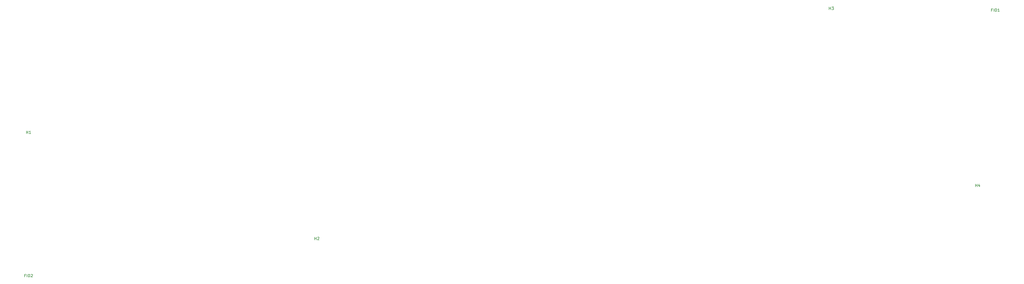
<source format=gto>
G04 #@! TF.GenerationSoftware,KiCad,Pcbnew,(6.0.2)*
G04 #@! TF.CreationDate,2022-02-17T23:22:08+01:00*
G04 #@! TF.ProjectId,Frooastboard Walnut,46726f6f-6173-4746-926f-617264205761,rev?*
G04 #@! TF.SameCoordinates,Original*
G04 #@! TF.FileFunction,Legend,Top*
G04 #@! TF.FilePolarity,Positive*
%FSLAX46Y46*%
G04 Gerber Fmt 4.6, Leading zero omitted, Abs format (unit mm)*
G04 Created by KiCad (PCBNEW (6.0.2)) date 2022-02-17 23:22:08*
%MOMM*%
%LPD*%
G01*
G04 APERTURE LIST*
%ADD10C,0.150000*%
%ADD11C,1.750000*%
%ADD12C,3.987800*%
%ADD13C,3.200000*%
%ADD14C,3.048000*%
%ADD15C,2.000000*%
%ADD16C,0.650000*%
%ADD17O,1.000000X1.600000*%
%ADD18O,1.000000X2.100000*%
G04 APERTURE END LIST*
D10*
X23844345Y-65708630D02*
X23844345Y-64708630D01*
X23844345Y-65184821D02*
X24415773Y-65184821D01*
X24415773Y-65708630D02*
X24415773Y-64708630D01*
X25415773Y-65708630D02*
X24844345Y-65708630D01*
X25130059Y-65708630D02*
X25130059Y-64708630D01*
X25034821Y-64851488D01*
X24939583Y-64946726D01*
X24844345Y-64994345D01*
X363569345Y-84758630D02*
X363569345Y-83758630D01*
X363569345Y-84234821D02*
X364140773Y-84234821D01*
X364140773Y-84758630D02*
X364140773Y-83758630D01*
X365045535Y-84091964D02*
X365045535Y-84758630D01*
X364807440Y-83711011D02*
X364569345Y-84425297D01*
X365188392Y-84425297D01*
X311181845Y-21258630D02*
X311181845Y-20258630D01*
X311181845Y-20734821D02*
X311753273Y-20734821D01*
X311753273Y-21258630D02*
X311753273Y-20258630D01*
X312134226Y-20258630D02*
X312753273Y-20258630D01*
X312419940Y-20639583D01*
X312562797Y-20639583D01*
X312658035Y-20687202D01*
X312705654Y-20734821D01*
X312753273Y-20830059D01*
X312753273Y-21068154D01*
X312705654Y-21163392D01*
X312658035Y-21211011D01*
X312562797Y-21258630D01*
X312277083Y-21258630D01*
X312181845Y-21211011D01*
X312134226Y-21163392D01*
X369609821Y-21359821D02*
X369276488Y-21359821D01*
X369276488Y-21883630D02*
X369276488Y-20883630D01*
X369752678Y-20883630D01*
X370133630Y-21883630D02*
X370133630Y-20883630D01*
X370609821Y-21883630D02*
X370609821Y-20883630D01*
X370847916Y-20883630D01*
X370990773Y-20931250D01*
X371086011Y-21026488D01*
X371133630Y-21121726D01*
X371181250Y-21312202D01*
X371181250Y-21455059D01*
X371133630Y-21645535D01*
X371086011Y-21740773D01*
X370990773Y-21836011D01*
X370847916Y-21883630D01*
X370609821Y-21883630D01*
X372133630Y-21883630D02*
X371562202Y-21883630D01*
X371847916Y-21883630D02*
X371847916Y-20883630D01*
X371752678Y-21026488D01*
X371657440Y-21121726D01*
X371562202Y-21169345D01*
X23534821Y-116609821D02*
X23201488Y-116609821D01*
X23201488Y-117133630D02*
X23201488Y-116133630D01*
X23677678Y-116133630D01*
X24058630Y-117133630D02*
X24058630Y-116133630D01*
X24534821Y-117133630D02*
X24534821Y-116133630D01*
X24772916Y-116133630D01*
X24915773Y-116181250D01*
X25011011Y-116276488D01*
X25058630Y-116371726D01*
X25106250Y-116562202D01*
X25106250Y-116705059D01*
X25058630Y-116895535D01*
X25011011Y-116990773D01*
X24915773Y-117086011D01*
X24772916Y-117133630D01*
X24534821Y-117133630D01*
X25487202Y-116228869D02*
X25534821Y-116181250D01*
X25630059Y-116133630D01*
X25868154Y-116133630D01*
X25963392Y-116181250D01*
X26011011Y-116228869D01*
X26058630Y-116324107D01*
X26058630Y-116419345D01*
X26011011Y-116562202D01*
X25439583Y-117133630D01*
X26058630Y-117133630D01*
X127031845Y-103808630D02*
X127031845Y-102808630D01*
X127031845Y-103284821D02*
X127603273Y-103284821D01*
X127603273Y-103808630D02*
X127603273Y-102808630D01*
X128031845Y-102903869D02*
X128079464Y-102856250D01*
X128174702Y-102808630D01*
X128412797Y-102808630D01*
X128508035Y-102856250D01*
X128555654Y-102903869D01*
X128603273Y-102999107D01*
X128603273Y-103094345D01*
X128555654Y-103237202D01*
X127984226Y-103808630D01*
X128603273Y-103808630D01*
%LPC*%
D11*
X359251250Y-30956250D03*
X369411250Y-30956250D03*
D12*
X364331250Y-30956250D03*
D11*
X236061250Y-50006250D03*
X225901250Y-50006250D03*
D12*
X230981250Y-50006250D03*
D11*
X231298750Y-88106250D03*
D12*
X226218750Y-88106250D03*
D11*
X221138750Y-88106250D03*
X217011250Y-50006250D03*
D12*
X211931250Y-50006250D03*
D11*
X206851250Y-50006250D03*
D12*
X245268750Y-88106250D03*
D11*
X250348750Y-88106250D03*
X240188750Y-88106250D03*
X78898750Y-88106250D03*
D12*
X73818750Y-88106250D03*
D11*
X68738750Y-88106250D03*
D12*
X121443750Y-69056250D03*
D11*
X126523750Y-69056250D03*
X116363750Y-69056250D03*
D12*
X250031250Y-50006250D03*
D11*
X244951250Y-50006250D03*
X255111250Y-50006250D03*
X242570000Y-107156250D03*
X252730000Y-107156250D03*
D12*
X247650000Y-107156250D03*
D11*
X40798750Y-50006250D03*
D12*
X35718750Y-50006250D03*
D11*
X30638750Y-50006250D03*
X102711250Y-50006250D03*
X92551250Y-50006250D03*
D12*
X97631250Y-50006250D03*
D11*
X216376250Y-30956250D03*
X226536250Y-30956250D03*
D12*
X221456250Y-30956250D03*
X116681250Y-50006250D03*
D11*
X111601250Y-50006250D03*
X121761250Y-50006250D03*
D13*
X24606250Y-69056250D03*
D11*
X174148750Y-88106250D03*
X163988750Y-88106250D03*
D12*
X169068750Y-88106250D03*
D11*
X197326250Y-30956250D03*
X207486250Y-30956250D03*
D12*
X202406250Y-30956250D03*
X197643750Y-69056250D03*
D11*
X192563750Y-69056250D03*
X202723750Y-69056250D03*
X202088750Y-88106250D03*
X212248750Y-88106250D03*
D12*
X207168750Y-88106250D03*
D13*
X364331250Y-88106250D03*
D11*
X144938750Y-88106250D03*
X155098750Y-88106250D03*
D12*
X150018750Y-88106250D03*
X92868750Y-88106250D03*
D11*
X87788750Y-88106250D03*
X97948750Y-88106250D03*
X131286250Y-30956250D03*
D12*
X126206250Y-30956250D03*
D11*
X121126250Y-30956250D03*
D12*
X326231250Y-30956250D03*
D11*
X321151250Y-30956250D03*
X331311250Y-30956250D03*
D12*
X235743750Y-69056250D03*
D11*
X230663750Y-69056250D03*
X240823750Y-69056250D03*
X147320000Y-107156250D03*
D14*
X102400100Y-100171250D03*
D12*
X202399900Y-115411250D03*
D14*
X202399900Y-100171250D03*
D12*
X152400000Y-107156250D03*
X102400100Y-115411250D03*
D11*
X157480000Y-107156250D03*
D12*
X183356250Y-30956250D03*
D11*
X178276250Y-30956250D03*
X188436250Y-30956250D03*
X249713750Y-69056250D03*
D12*
X254793750Y-69056250D03*
D11*
X259873750Y-69056250D03*
X264001250Y-50006250D03*
X274161250Y-50006250D03*
D12*
X269081250Y-50006250D03*
D13*
X311943750Y-24606250D03*
D12*
X364331250Y-107156250D03*
D11*
X359251250Y-107156250D03*
X369411250Y-107156250D03*
D12*
X38100000Y-69056250D03*
D11*
X33020000Y-69056250D03*
X43180000Y-69056250D03*
X331311250Y-107156250D03*
X321151250Y-107156250D03*
D12*
X326231250Y-107156250D03*
X50006250Y-30956250D03*
D11*
X44926250Y-30956250D03*
X55086250Y-30956250D03*
X62230000Y-107156250D03*
D12*
X57150000Y-107156250D03*
D11*
X52070000Y-107156250D03*
D15*
X373856250Y-21431250D03*
D12*
X140493750Y-69056250D03*
D11*
X145573750Y-69056250D03*
X135413750Y-69056250D03*
X293211250Y-30956250D03*
D14*
X300037500Y-23971250D03*
X276225000Y-23971250D03*
D11*
X283051250Y-30956250D03*
D12*
X300037500Y-39211250D03*
X288131250Y-30956250D03*
X276225000Y-39211250D03*
D11*
X187801250Y-50006250D03*
D12*
X192881250Y-50006250D03*
D11*
X197961250Y-50006250D03*
X321151250Y-50006250D03*
X331311250Y-50006250D03*
D12*
X326231250Y-50006250D03*
D11*
X193198750Y-88106250D03*
D12*
X188118750Y-88106250D03*
D11*
X183038750Y-88106250D03*
X59213750Y-69056250D03*
D12*
X64293750Y-69056250D03*
D11*
X69373750Y-69056250D03*
X173513750Y-69056250D03*
D12*
X178593750Y-69056250D03*
D11*
X183673750Y-69056250D03*
D15*
X21431250Y-116681250D03*
D12*
X111918750Y-88106250D03*
D11*
X116998750Y-88106250D03*
X106838750Y-88106250D03*
D12*
X33337500Y-107156250D03*
D11*
X38417500Y-107156250D03*
X28257500Y-107156250D03*
X74136250Y-30956250D03*
D12*
X69056250Y-30956250D03*
D11*
X63976250Y-30956250D03*
X73501250Y-50006250D03*
D12*
X78581250Y-50006250D03*
D11*
X83661250Y-50006250D03*
D12*
X107156250Y-30956250D03*
D11*
X112236250Y-30956250D03*
X102076250Y-30956250D03*
D12*
X273843750Y-69056250D03*
D11*
X268763750Y-69056250D03*
X278923750Y-69056250D03*
D12*
X345281250Y-30956250D03*
D11*
X340201250Y-30956250D03*
X350361250Y-30956250D03*
X218757500Y-107156250D03*
X228917500Y-107156250D03*
D12*
X223837500Y-107156250D03*
D11*
X169386250Y-30956250D03*
X159226250Y-30956250D03*
D12*
X164306250Y-30956250D03*
D11*
X49688750Y-88106250D03*
D12*
X54768750Y-88106250D03*
D11*
X59848750Y-88106250D03*
D12*
X88106250Y-30956250D03*
D11*
X93186250Y-30956250D03*
X83026250Y-30956250D03*
X88423750Y-69056250D03*
X78263750Y-69056250D03*
D12*
X83343750Y-69056250D03*
D11*
X97313750Y-69056250D03*
X107473750Y-69056250D03*
D12*
X102393750Y-69056250D03*
X240506250Y-30956250D03*
D11*
X235426250Y-30956250D03*
X245586250Y-30956250D03*
D13*
X127793750Y-107156250D03*
D11*
X140176250Y-30956250D03*
D12*
X145256250Y-30956250D03*
D11*
X150336250Y-30956250D03*
D12*
X271462500Y-107156250D03*
D11*
X266382500Y-107156250D03*
X276542500Y-107156250D03*
D12*
X216693750Y-69056250D03*
D11*
X211613750Y-69056250D03*
X221773750Y-69056250D03*
D12*
X303530000Y-47593250D03*
D14*
X288290000Y-71469250D03*
D12*
X303530000Y-71469250D03*
D11*
X300355000Y-59531250D03*
D12*
X295275000Y-59531250D03*
D11*
X290195000Y-59531250D03*
D14*
X288290000Y-47593250D03*
D11*
X125888750Y-88106250D03*
X136048750Y-88106250D03*
D12*
X130968750Y-88106250D03*
D11*
X28257500Y-88106250D03*
X38417500Y-88106250D03*
D12*
X33337500Y-88106250D03*
D11*
X369411250Y-50006250D03*
X359251250Y-50006250D03*
D12*
X364331250Y-50006250D03*
D11*
X340201250Y-88106250D03*
X350361250Y-88106250D03*
D12*
X345281250Y-88106250D03*
X173831250Y-50006250D03*
D11*
X168751250Y-50006250D03*
X178911250Y-50006250D03*
X54451250Y-50006250D03*
D12*
X59531250Y-50006250D03*
D11*
X64611250Y-50006250D03*
X350361250Y-50006250D03*
X340201250Y-50006250D03*
D12*
X345281250Y-50006250D03*
X295275000Y-107156250D03*
D11*
X300355000Y-107156250D03*
X290195000Y-107156250D03*
X154463750Y-69056250D03*
D12*
X159543750Y-69056250D03*
D11*
X164623750Y-69056250D03*
D12*
X154781250Y-50006250D03*
D11*
X159861250Y-50006250D03*
X149701250Y-50006250D03*
X350361250Y-107156250D03*
X340201250Y-107156250D03*
D12*
X345281250Y-107156250D03*
X30956250Y-30956250D03*
D11*
X36036250Y-30956250D03*
X25876250Y-30956250D03*
X75882500Y-107156250D03*
X86042500Y-107156250D03*
D12*
X80962500Y-107156250D03*
D11*
X264636250Y-30956250D03*
D12*
X259556250Y-30956250D03*
D11*
X254476250Y-30956250D03*
D12*
X280987500Y-88106250D03*
D14*
X269081250Y-81121250D03*
D11*
X286067500Y-88106250D03*
X275907500Y-88106250D03*
D14*
X292893750Y-81121250D03*
D12*
X292893750Y-96361250D03*
X269081250Y-96361250D03*
D11*
X140811250Y-50006250D03*
D12*
X135731250Y-50006250D03*
D11*
X130651250Y-50006250D03*
D16*
X195771250Y-24076250D03*
X189991250Y-24076250D03*
D17*
X197201250Y-20426250D03*
X188561250Y-20426250D03*
D18*
X197201250Y-24606250D03*
X188561250Y-24606250D03*
M02*

</source>
